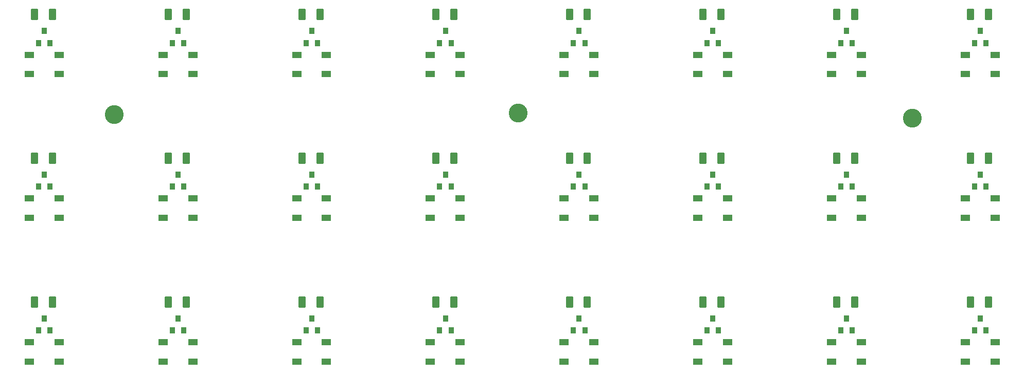
<source format=gbr>
%TF.GenerationSoftware,KiCad,Pcbnew,(6.0.7-1)-1*%
%TF.CreationDate,2022-12-02T15:50:45+01:00*%
%TF.ProjectId,3x8,3378382e-6b69-4636-9164-5f7063625858,rev?*%
%TF.SameCoordinates,Original*%
%TF.FileFunction,Soldermask,Top*%
%TF.FilePolarity,Negative*%
%FSLAX46Y46*%
G04 Gerber Fmt 4.6, Leading zero omitted, Abs format (unit mm)*
G04 Created by KiCad (PCBNEW (6.0.7-1)-1) date 2022-12-02 15:50:45*
%MOMM*%
%LPD*%
G01*
G04 APERTURE LIST*
G04 Aperture macros list*
%AMRoundRect*
0 Rectangle with rounded corners*
0 $1 Rounding radius*
0 $2 $3 $4 $5 $6 $7 $8 $9 X,Y pos of 4 corners*
0 Add a 4 corners polygon primitive as box body*
4,1,4,$2,$3,$4,$5,$6,$7,$8,$9,$2,$3,0*
0 Add four circle primitives for the rounded corners*
1,1,$1+$1,$2,$3*
1,1,$1+$1,$4,$5*
1,1,$1+$1,$6,$7*
1,1,$1+$1,$8,$9*
0 Add four rect primitives between the rounded corners*
20,1,$1+$1,$2,$3,$4,$5,0*
20,1,$1+$1,$4,$5,$6,$7,0*
20,1,$1+$1,$6,$7,$8,$9,0*
20,1,$1+$1,$8,$9,$2,$3,0*%
G04 Aperture macros list end*
%ADD10RoundRect,0.050000X0.750000X0.500000X-0.750000X0.500000X-0.750000X-0.500000X0.750000X-0.500000X0*%
%ADD11RoundRect,0.050000X-0.750000X-0.500000X0.750000X-0.500000X0.750000X0.500000X-0.750000X0.500000X0*%
%ADD12RoundRect,0.050000X0.400000X-0.450000X0.400000X0.450000X-0.400000X0.450000X-0.400000X-0.450000X0*%
%ADD13RoundRect,0.300000X0.325000X0.650000X-0.325000X0.650000X-0.325000X-0.650000X0.325000X-0.650000X0*%
%ADD14C,3.100000*%
%ADD15RoundRect,0.300000X-0.325000X-0.650000X0.325000X-0.650000X0.325000X0.650000X-0.325000X0.650000X0*%
G04 APERTURE END LIST*
D10*
%TO.C,D1*%
X25526201Y-44296401D03*
X25526201Y-47496401D03*
X30426201Y-47496401D03*
X30426201Y-44296401D03*
%TD*%
%TO.C,D2*%
X47526201Y-44296401D03*
X47526201Y-47496401D03*
X52426201Y-47496401D03*
X52426201Y-44296401D03*
%TD*%
%TO.C,D3*%
X69526201Y-44296401D03*
X69526201Y-47496401D03*
X74426201Y-47496401D03*
X74426201Y-44296401D03*
%TD*%
%TO.C,D4*%
X91526201Y-44296401D03*
X91526201Y-47496401D03*
X96426201Y-47496401D03*
X96426201Y-44296401D03*
%TD*%
%TO.C,D5*%
X113526201Y-44296401D03*
X113526201Y-47496401D03*
X118426201Y-47496401D03*
X118426201Y-44296401D03*
%TD*%
%TO.C,D6*%
X135526201Y-44296401D03*
X135526201Y-47496401D03*
X140426201Y-47496401D03*
X140426201Y-44296401D03*
%TD*%
%TO.C,D7*%
X157526201Y-44296401D03*
X157526201Y-47496401D03*
X162426201Y-47496401D03*
X162426201Y-44296401D03*
%TD*%
%TO.C,D8*%
X179526201Y-44296401D03*
X179526201Y-47496401D03*
X184426201Y-47496401D03*
X184426201Y-44296401D03*
%TD*%
D11*
%TO.C,D9*%
X30426201Y-71196401D03*
X30426201Y-67996401D03*
X25526201Y-67996401D03*
X25526201Y-71196401D03*
%TD*%
%TO.C,D10*%
X52426201Y-71196401D03*
X52426201Y-67996401D03*
X47526201Y-67996401D03*
X47526201Y-71196401D03*
%TD*%
%TO.C,D11*%
X74426201Y-71196401D03*
X74426201Y-67996401D03*
X69526201Y-67996401D03*
X69526201Y-71196401D03*
%TD*%
%TO.C,D12*%
X96426201Y-71196401D03*
X96426201Y-67996401D03*
X91526201Y-67996401D03*
X91526201Y-71196401D03*
%TD*%
%TO.C,D13*%
X118426201Y-71196401D03*
X118426201Y-67996401D03*
X113526201Y-67996401D03*
X113526201Y-71196401D03*
%TD*%
%TO.C,D14*%
X140426201Y-71196401D03*
X140426201Y-67996401D03*
X135526201Y-67996401D03*
X135526201Y-71196401D03*
%TD*%
%TO.C,D15*%
X162426201Y-71196401D03*
X162426201Y-67996401D03*
X157526201Y-67996401D03*
X157526201Y-71196401D03*
%TD*%
%TO.C,D16*%
X184426201Y-71196401D03*
X184426201Y-67996401D03*
X179526201Y-67996401D03*
X179526201Y-71196401D03*
%TD*%
D10*
%TO.C,D17*%
X25526201Y-91696401D03*
X25526201Y-94896401D03*
X30426201Y-94896401D03*
X30426201Y-91696401D03*
%TD*%
%TO.C,D18*%
X47526201Y-91696401D03*
X47526201Y-94896401D03*
X52426201Y-94896401D03*
X52426201Y-91696401D03*
%TD*%
%TO.C,D19*%
X69526201Y-91696401D03*
X69526201Y-94896401D03*
X74426201Y-94896401D03*
X74426201Y-91696401D03*
%TD*%
%TO.C,D20*%
X91526201Y-91696401D03*
X91526201Y-94896401D03*
X96426201Y-94896401D03*
X96426201Y-91696401D03*
%TD*%
%TO.C,D21*%
X113526201Y-91696401D03*
X113526201Y-94896401D03*
X118426201Y-94896401D03*
X118426201Y-91696401D03*
%TD*%
%TO.C,D22*%
X135526201Y-91696401D03*
X135526201Y-94896401D03*
X140426201Y-94896401D03*
X140426201Y-91696401D03*
%TD*%
%TO.C,D23*%
X157526201Y-91696401D03*
X157526201Y-94896401D03*
X162426201Y-94896401D03*
X162426201Y-91696401D03*
%TD*%
%TO.C,D24*%
X179526201Y-91696401D03*
X179526201Y-94896401D03*
X184426201Y-94896401D03*
X184426201Y-91696401D03*
%TD*%
D12*
%TO.C,U1*%
X27050000Y-42350000D03*
X28950000Y-42350000D03*
X28000000Y-40350000D03*
%TD*%
%TO.C,U2*%
X49050000Y-42350000D03*
X50950000Y-42350000D03*
X50000000Y-40350000D03*
%TD*%
%TO.C,U3*%
X71050000Y-42350000D03*
X72950000Y-42350000D03*
X72000000Y-40350000D03*
%TD*%
%TO.C,U4*%
X93050000Y-42350000D03*
X94950000Y-42350000D03*
X94000000Y-40350000D03*
%TD*%
%TO.C,U5*%
X115050000Y-42350000D03*
X116950000Y-42350000D03*
X116000000Y-40350000D03*
%TD*%
%TO.C,U6*%
X137050000Y-42350000D03*
X138950000Y-42350000D03*
X138000000Y-40350000D03*
%TD*%
%TO.C,U7*%
X159050000Y-42350000D03*
X160950000Y-42350000D03*
X160000000Y-40350000D03*
%TD*%
%TO.C,U8*%
X181050000Y-42350000D03*
X182950000Y-42350000D03*
X182000000Y-40350000D03*
%TD*%
%TO.C,U9*%
X27050000Y-66050000D03*
X28950000Y-66050000D03*
X28000000Y-64050000D03*
%TD*%
%TO.C,U10*%
X49050000Y-66050000D03*
X50950000Y-66050000D03*
X50000000Y-64050000D03*
%TD*%
%TO.C,U11*%
X71050000Y-66050000D03*
X72950000Y-66050000D03*
X72000000Y-64050000D03*
%TD*%
%TO.C,U12*%
X93050000Y-66050000D03*
X94950000Y-66050000D03*
X94000000Y-64050000D03*
%TD*%
%TO.C,U13*%
X115050000Y-66050000D03*
X116950000Y-66050000D03*
X116000000Y-64050000D03*
%TD*%
%TO.C,U14*%
X137050000Y-66050000D03*
X138950000Y-66050000D03*
X138000000Y-64050000D03*
%TD*%
%TO.C,U15*%
X159050000Y-66050000D03*
X160950000Y-66050000D03*
X160000000Y-64050000D03*
%TD*%
%TO.C,U16*%
X181050000Y-66050000D03*
X182950000Y-66050000D03*
X182000000Y-64050000D03*
%TD*%
%TO.C,U17*%
X27050000Y-89750000D03*
X28950000Y-89750000D03*
X28000000Y-87750000D03*
%TD*%
%TO.C,U18*%
X49050000Y-89750000D03*
X50950000Y-89750000D03*
X50000000Y-87750000D03*
%TD*%
%TO.C,U19*%
X71050000Y-89750000D03*
X72950000Y-89750000D03*
X72000000Y-87750000D03*
%TD*%
%TO.C,U20*%
X93050000Y-89750000D03*
X94950000Y-89750000D03*
X94000000Y-87750000D03*
%TD*%
%TO.C,U21*%
X115050000Y-89750000D03*
X116950000Y-89750000D03*
X116000000Y-87750000D03*
%TD*%
%TO.C,U22*%
X137050000Y-89750000D03*
X138950000Y-89750000D03*
X138000000Y-87750000D03*
%TD*%
%TO.C,U23*%
X159050000Y-89750000D03*
X160950000Y-89750000D03*
X160000000Y-87750000D03*
%TD*%
%TO.C,U24*%
X181050000Y-89750000D03*
X182950000Y-89750000D03*
X182000000Y-87750000D03*
%TD*%
D13*
%TO.C,C1*%
X29351800Y-37650000D03*
X26401800Y-37650000D03*
%TD*%
%TO.C,C5*%
X117351800Y-37650000D03*
X114401800Y-37650000D03*
%TD*%
%TO.C,C6*%
X139351800Y-37650000D03*
X136401800Y-37650000D03*
%TD*%
D14*
%TO.C,M2*%
X105980000Y-53920000D03*
%TD*%
D13*
%TO.C,C22*%
X139351800Y-85050000D03*
X136401800Y-85050000D03*
%TD*%
%TO.C,C19*%
X73351800Y-85050000D03*
X70401800Y-85050000D03*
%TD*%
%TO.C,C20*%
X95351800Y-85050000D03*
X92401800Y-85050000D03*
%TD*%
%TO.C,C18*%
X51351800Y-85050000D03*
X48401800Y-85050000D03*
%TD*%
%TO.C,C24*%
X183351800Y-85050000D03*
X180401800Y-85050000D03*
%TD*%
%TO.C,C17*%
X29351800Y-85050000D03*
X26401800Y-85050000D03*
%TD*%
%TO.C,C7*%
X161351800Y-37650000D03*
X158401800Y-37650000D03*
%TD*%
D15*
%TO.C,C9*%
X26401800Y-61350000D03*
X29351800Y-61350000D03*
%TD*%
%TO.C,C14*%
X136401800Y-61350000D03*
X139351800Y-61350000D03*
%TD*%
D13*
%TO.C,C3*%
X73351800Y-37650000D03*
X70401800Y-37650000D03*
%TD*%
%TO.C,C23*%
X161351800Y-85050000D03*
X158401800Y-85050000D03*
%TD*%
D15*
%TO.C,C15*%
X158401800Y-61350000D03*
X161351800Y-61350000D03*
%TD*%
D14*
%TO.C,M3*%
X170850000Y-54720000D03*
%TD*%
D13*
%TO.C,C4*%
X95351800Y-37650000D03*
X92401800Y-37650000D03*
%TD*%
D15*
%TO.C,C10*%
X48401800Y-61350000D03*
X51351800Y-61350000D03*
%TD*%
D13*
%TO.C,C8*%
X183351800Y-37650000D03*
X180401800Y-37650000D03*
%TD*%
D15*
%TO.C,C16*%
X180401800Y-61350000D03*
X183351800Y-61350000D03*
%TD*%
%TO.C,C13*%
X114401800Y-61350000D03*
X117351800Y-61350000D03*
%TD*%
D13*
%TO.C,C2*%
X51351800Y-37650000D03*
X48401800Y-37650000D03*
%TD*%
D15*
%TO.C,C11*%
X70401800Y-61350000D03*
X73351800Y-61350000D03*
%TD*%
%TO.C,C12*%
X92401800Y-61350000D03*
X95351800Y-61350000D03*
%TD*%
D14*
%TO.C,M1*%
X39540000Y-54160000D03*
%TD*%
D13*
%TO.C,C21*%
X117351800Y-85050000D03*
X114401800Y-85050000D03*
%TD*%
M02*

</source>
